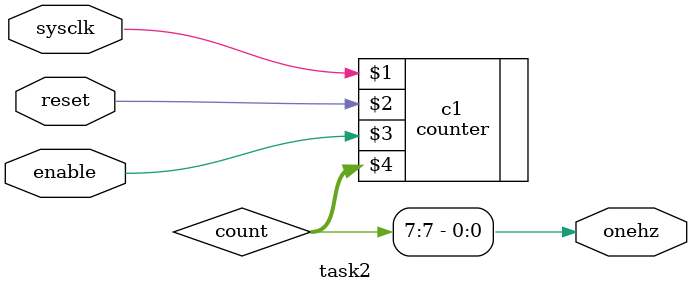
<source format=v>
`timescale 1ns / 1ps
module task2(input sysclk, reset, enable, output onehz);
wire [7:0] count; 
counter #(8) c1 (sysclk, reset, enable, count); 
assign onehz = count[7]; 

endmodule

</source>
